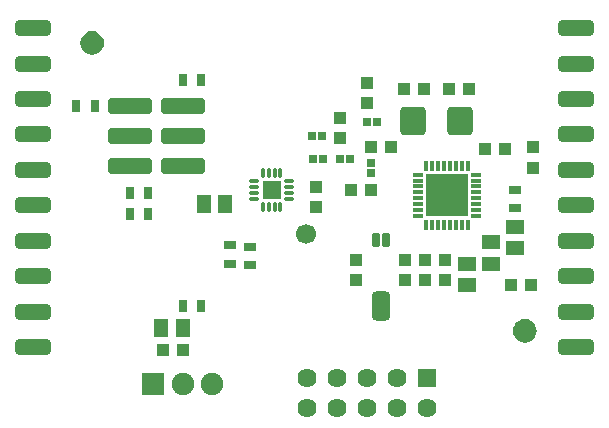
<source format=gts>
G04 Layer_Color=8388736*
%FSLAX24Y24*%
%MOIN*%
G70*
G01*
G75*
%ADD47R,0.0394X0.0433*%
%ADD48R,0.0433X0.0394*%
%ADD49R,0.0394X0.0315*%
%ADD50R,0.0315X0.0394*%
G04:AMPARAMS|DCode=51|XSize=53.9mil|YSize=148.8mil|CornerRadius=14.5mil|HoleSize=0mil|Usage=FLASHONLY|Rotation=270.000|XOffset=0mil|YOffset=0mil|HoleType=Round|Shape=RoundedRectangle|*
%AMROUNDEDRECTD51*
21,1,0.0539,0.1199,0,0,270.0*
21,1,0.0250,0.1488,0,0,270.0*
1,1,0.0289,-0.0599,-0.0125*
1,1,0.0289,-0.0599,0.0125*
1,1,0.0289,0.0599,0.0125*
1,1,0.0289,0.0599,-0.0125*
%
%ADD51ROUNDEDRECTD51*%
%ADD52R,0.0492X0.0610*%
%ADD53R,0.0256X0.0276*%
%ADD54R,0.0276X0.0256*%
%ADD55R,0.0610X0.0492*%
%ADD56R,0.0591X0.0453*%
%ADD57O,0.0150X0.0374*%
%ADD58O,0.0374X0.0150*%
%ADD59R,0.1398X0.1398*%
G04:AMPARAMS|DCode=60|XSize=47.2mil|YSize=27.6mil|CornerRadius=7.9mil|HoleSize=0mil|Usage=FLASHONLY|Rotation=270.000|XOffset=0mil|YOffset=0mil|HoleType=Round|Shape=RoundedRectangle|*
%AMROUNDEDRECTD60*
21,1,0.0472,0.0118,0,0,270.0*
21,1,0.0315,0.0276,0,0,270.0*
1,1,0.0157,-0.0059,-0.0157*
1,1,0.0157,-0.0059,0.0157*
1,1,0.0157,0.0059,0.0157*
1,1,0.0157,0.0059,-0.0157*
%
%ADD60ROUNDEDRECTD60*%
G04:AMPARAMS|DCode=61|XSize=98.4mil|YSize=63mil|CornerRadius=16.7mil|HoleSize=0mil|Usage=FLASHONLY|Rotation=270.000|XOffset=0mil|YOffset=0mil|HoleType=Round|Shape=RoundedRectangle|*
%AMROUNDEDRECTD61*
21,1,0.0984,0.0295,0,0,270.0*
21,1,0.0650,0.0630,0,0,270.0*
1,1,0.0335,-0.0148,-0.0325*
1,1,0.0335,-0.0148,0.0325*
1,1,0.0335,0.0148,0.0325*
1,1,0.0335,0.0148,-0.0325*
%
%ADD61ROUNDEDRECTD61*%
G04:AMPARAMS|DCode=62|XSize=94.5mil|YSize=86.6mil|CornerRadius=14.4mil|HoleSize=0mil|Usage=FLASHONLY|Rotation=90.000|XOffset=0mil|YOffset=0mil|HoleType=Round|Shape=RoundedRectangle|*
%AMROUNDEDRECTD62*
21,1,0.0945,0.0579,0,0,90.0*
21,1,0.0657,0.0866,0,0,90.0*
1,1,0.0287,0.0289,0.0329*
1,1,0.0287,0.0289,-0.0329*
1,1,0.0287,-0.0289,-0.0329*
1,1,0.0287,-0.0289,0.0329*
%
%ADD62ROUNDEDRECTD62*%
%ADD63R,0.0630X0.0630*%
%ADD64O,0.0138X0.0354*%
%ADD65O,0.0354X0.0138*%
%ADD66C,0.0512*%
%ADD67C,0.0639*%
%ADD68R,0.0639X0.0639*%
%ADD69R,0.0748X0.0748*%
%ADD70C,0.0748*%
%ADD71C,0.0669*%
G04:AMPARAMS|DCode=72|XSize=122mil|YSize=51.2mil|CornerRadius=13.8mil|HoleSize=0mil|Usage=FLASHONLY|Rotation=0.000|XOffset=0mil|YOffset=0mil|HoleType=Round|Shape=RoundedRectangle|*
%AMROUNDEDRECTD72*
21,1,0.1220,0.0236,0,0,0.0*
21,1,0.0945,0.0512,0,0,0.0*
1,1,0.0276,0.0472,-0.0118*
1,1,0.0276,-0.0472,-0.0118*
1,1,0.0276,-0.0472,0.0118*
1,1,0.0276,0.0472,0.0118*
%
%ADD72ROUNDEDRECTD72*%
G36*
X43715Y26515D02*
X43811Y26476D01*
X43893Y26413D01*
X43956Y26330D01*
X43996Y26235D01*
X44009Y26132D01*
X43996Y26029D01*
X43956Y25933D01*
X43893Y25851D01*
X43811Y25788D01*
X43715Y25748D01*
X43612Y25735D01*
X43509Y25748D01*
X43414Y25788D01*
X43331Y25851D01*
X43268Y25933D01*
X43229Y26029D01*
X43215Y26132D01*
X43229Y26235D01*
X43268Y26330D01*
X43331Y26413D01*
X43414Y26476D01*
X43509Y26515D01*
X43612Y26529D01*
X43715Y26515D01*
D02*
G37*
G36*
X29286Y36112D02*
X29382Y36072D01*
X29464Y36009D01*
X29527Y35927D01*
X29567Y35831D01*
X29580Y35728D01*
X29567Y35626D01*
X29527Y35530D01*
X29464Y35448D01*
X29382Y35384D01*
X29286Y35345D01*
X29183Y35331D01*
X29080Y35345D01*
X28985Y35384D01*
X28902Y35448D01*
X28839Y35530D01*
X28800Y35626D01*
X28786Y35728D01*
X28800Y35831D01*
X28839Y35927D01*
X28902Y36009D01*
X28985Y36072D01*
X29080Y36112D01*
X29183Y36125D01*
X29286Y36112D01*
D02*
G37*
D47*
X43868Y31575D02*
D03*
Y32244D02*
D03*
X36663Y30246D02*
D03*
Y30915D02*
D03*
X38337Y34400D02*
D03*
Y33730D02*
D03*
X37461Y32569D02*
D03*
Y33238D02*
D03*
X40935Y28504D02*
D03*
Y27835D02*
D03*
X40276Y27835D02*
D03*
Y28504D02*
D03*
X39606Y28504D02*
D03*
Y27835D02*
D03*
X37972Y28504D02*
D03*
Y27835D02*
D03*
D48*
X43140Y27648D02*
D03*
X43809D02*
D03*
X38474Y32274D02*
D03*
X39144D02*
D03*
X38474Y30827D02*
D03*
X37805D02*
D03*
X39587Y34183D02*
D03*
X40256D02*
D03*
X41752Y34184D02*
D03*
X41083D02*
D03*
X42943Y32205D02*
D03*
X42274D02*
D03*
X31535Y25502D02*
D03*
X32205D02*
D03*
D49*
X34459Y28327D02*
D03*
Y28937D02*
D03*
X33770Y28376D02*
D03*
Y28986D02*
D03*
X43278Y30226D02*
D03*
Y30836D02*
D03*
D50*
X30443Y30719D02*
D03*
X31053D02*
D03*
X30443Y30039D02*
D03*
X31053D02*
D03*
X29272Y33622D02*
D03*
X28662D02*
D03*
X32205Y34488D02*
D03*
X32815D02*
D03*
Y26969D02*
D03*
X32205D02*
D03*
D51*
X30443Y33622D02*
D03*
X32205D02*
D03*
X32205Y32622D02*
D03*
X30443D02*
D03*
X32205Y31622D02*
D03*
X30443D02*
D03*
D52*
X32913Y30344D02*
D03*
X33622D02*
D03*
X31496Y26240D02*
D03*
X32205D02*
D03*
D53*
X38337Y33081D02*
D03*
X38671D02*
D03*
X36841Y32638D02*
D03*
X36506D02*
D03*
X36880Y31850D02*
D03*
X36545D02*
D03*
X37795D02*
D03*
X37461D02*
D03*
D54*
X38474Y31398D02*
D03*
Y31732D02*
D03*
D55*
X43278Y28898D02*
D03*
Y29606D02*
D03*
X41693Y27648D02*
D03*
Y28356D02*
D03*
D56*
X42490Y29104D02*
D03*
Y28356D02*
D03*
D57*
X40325Y31624D02*
D03*
X40522D02*
D03*
X40718D02*
D03*
X40915D02*
D03*
X41112D02*
D03*
X41309D02*
D03*
X41506D02*
D03*
X41703D02*
D03*
Y29675D02*
D03*
X41506D02*
D03*
X41309D02*
D03*
X41112D02*
D03*
X40915D02*
D03*
X40718D02*
D03*
X40522D02*
D03*
X40325D02*
D03*
D58*
X41988Y31339D02*
D03*
Y31142D02*
D03*
Y30945D02*
D03*
Y30748D02*
D03*
Y30551D02*
D03*
Y30354D02*
D03*
Y30157D02*
D03*
Y29961D02*
D03*
X40039D02*
D03*
Y30157D02*
D03*
Y30354D02*
D03*
Y30551D02*
D03*
Y30748D02*
D03*
Y30945D02*
D03*
Y31142D02*
D03*
Y31339D02*
D03*
D59*
X41014Y30650D02*
D03*
D60*
X38632Y29154D02*
D03*
X38986D02*
D03*
D61*
X38809Y26969D02*
D03*
D62*
X39872Y33130D02*
D03*
X41447D02*
D03*
D63*
X35167Y30817D02*
D03*
D64*
X35463Y30246D02*
D03*
X35266D02*
D03*
X35069D02*
D03*
X34872D02*
D03*
Y31388D02*
D03*
X35069D02*
D03*
X35266D02*
D03*
X35463D02*
D03*
D65*
X34596Y30522D02*
D03*
Y30719D02*
D03*
Y30915D02*
D03*
Y31112D02*
D03*
X35738D02*
D03*
Y30915D02*
D03*
Y30719D02*
D03*
Y30522D02*
D03*
D66*
X29183Y35728D02*
D03*
X43612Y26132D02*
D03*
D67*
X38363Y23553D02*
D03*
Y24553D02*
D03*
X37363Y23553D02*
D03*
X36363D02*
D03*
X40363D02*
D03*
X39363D02*
D03*
X37363Y24553D02*
D03*
X36363D02*
D03*
X39363D02*
D03*
D68*
X40363D02*
D03*
D69*
X31216Y24350D02*
D03*
D70*
X33184D02*
D03*
X32200D02*
D03*
D71*
X36314Y29370D02*
D03*
D72*
X27220Y25590D02*
D03*
Y26771D02*
D03*
Y27952D02*
D03*
Y29133D02*
D03*
Y30315D02*
D03*
Y31496D02*
D03*
Y32677D02*
D03*
Y33858D02*
D03*
Y35039D02*
D03*
Y36220D02*
D03*
X45330D02*
D03*
Y35039D02*
D03*
Y33858D02*
D03*
Y32677D02*
D03*
Y31496D02*
D03*
Y30315D02*
D03*
Y29133D02*
D03*
Y27952D02*
D03*
Y26771D02*
D03*
Y25590D02*
D03*
M02*

</source>
